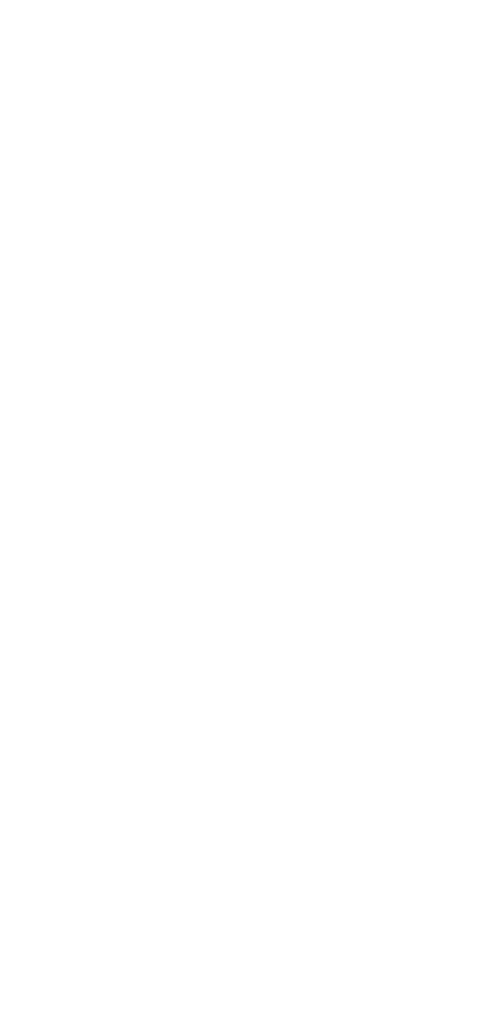
<source format=kicad_pcb>
(kicad_pcb (version 20171130) (host pcbnew "(5.0.1)-4")

  (general
    (thickness 1.6)
    (drawings 74)
    (tracks 0)
    (zones 0)
    (modules 0)
    (nets 1)
  )

  (page A4)
  (layers
    (0 F.Cu signal hide)
    (31 B.Cu signal hide)
    (32 B.Adhes user hide)
    (33 F.Adhes user hide)
    (34 B.Paste user hide)
    (35 F.Paste user hide)
    (36 B.SilkS user hide)
    (37 F.SilkS user hide)
    (38 B.Mask user hide)
    (39 F.Mask user hide)
    (40 Dwgs.User user hide)
    (41 Cmts.User user hide)
    (42 Eco1.User user hide)
    (43 Eco2.User user)
    (44 Edge.Cuts user hide)
    (45 Margin user hide)
    (46 B.CrtYd user hide)
    (47 F.CrtYd user hide)
    (48 B.Fab user hide)
    (49 F.Fab user hide)
  )

  (setup
    (last_trace_width 0.25)
    (trace_clearance 0.2)
    (zone_clearance 0.2)
    (zone_45_only no)
    (trace_min 0.2)
    (segment_width 0.3)
    (edge_width 0.2)
    (via_size 0.8)
    (via_drill 0.4)
    (via_min_size 0.4)
    (via_min_drill 0.3)
    (uvia_size 0.3)
    (uvia_drill 0.1)
    (uvias_allowed no)
    (uvia_min_size 0.2)
    (uvia_min_drill 0.1)
    (pcb_text_width 0.3)
    (pcb_text_size 1.5 1.5)
    (mod_edge_width 0.15)
    (mod_text_size 1 1)
    (mod_text_width 0.15)
    (pad_size 1.524 1.524)
    (pad_drill 0.762)
    (pad_to_mask_clearance 0.051)
    (solder_mask_min_width 0.25)
    (aux_axis_origin 0 0)
    (visible_elements 7FFFFFFF)
    (pcbplotparams
      (layerselection 0x010f0_ffffffff)
      (usegerberextensions false)
      (usegerberattributes false)
      (usegerberadvancedattributes false)
      (creategerberjobfile false)
      (excludeedgelayer true)
      (linewidth 0.100000)
      (plotframeref false)
      (viasonmask false)
      (mode 1)
      (useauxorigin false)
      (hpglpennumber 1)
      (hpglpenspeed 20)
      (hpglpendiameter 15.000000)
      (psnegative false)
      (psa4output false)
      (plotreference true)
      (plotvalue true)
      (plotinvisibletext false)
      (padsonsilk false)
      (subtractmaskfromsilk false)
      (outputformat 1)
      (mirror false)
      (drillshape 0)
      (scaleselection 1)
      (outputdirectory ""))
  )

  (net 0 "")

  (net_class Default "This is the default net class."
    (clearance 0.2)
    (trace_width 0.25)
    (via_dia 0.8)
    (via_drill 0.4)
    (uvia_dia 0.3)
    (uvia_drill 0.1)
  )

  (gr_circle (center 5.9 111.9) (end 9.899688 111.9) (layer Eco2.User) (width 0.3) (tstamp 5CA2433F))
  (gr_circle (center 18.8 111.9) (end 22.799688 111.9) (layer Eco2.User) (width 0.3) (tstamp 5CA2433B))
  (gr_circle (center 31.7 111.9) (end 35.699688 111.9) (layer Eco2.User) (width 0.3) (tstamp 5CA24336))
  (gr_circle (center 44.6 111.9) (end 48.599688 111.9) (layer Eco2.User) (width 0.3) (tstamp 5CA24330))
  (gr_circle (center 54.5 112) (end 58.499688 112) (layer Eco2.User) (width 0.3) (tstamp 5CA2432B))
  (gr_circle (center 54.4 98.3) (end 58.399688 98.3) (layer Eco2.User) (width 0.3) (tstamp 5CA24325))
  (gr_circle (center 54.4 84.8) (end 58.399688 84.8) (layer Eco2.User) (width 0.3) (tstamp 5CA24320))
  (gr_circle (center 54.4 71.2) (end 58.399688 71.2) (layer Eco2.User) (width 0.3) (tstamp 5CA2431B))
  (gr_circle (center 54.45 57.5) (end 58.449688 57.5) (layer Eco2.User) (width 0.3) (tstamp 5CA24317))
  (gr_circle (center 54.400312 44) (end 58.4 44) (layer Eco2.User) (width 0.3) (tstamp 5CA24313))
  (gr_circle (center 54.400312 30.4) (end 58.4 30.4) (layer Eco2.User) (width 0.3) (tstamp 5CA2430F))
  (gr_circle (center 54.400312 16.8) (end 58.4 16.8) (layer Eco2.User) (width 0.3))
  (gr_circle (center 6.05 57.05) (end 9.3 57.05) (layer Eco2.User) (width 0.3) (tstamp 5CA242D6))
  (gr_circle (center 6.05 43.6) (end 9.3 43.6) (layer Eco2.User) (width 0.3) (tstamp 5CA242D2))
  (gr_circle (center 6.05 30.1) (end 9.3 30.1) (layer Eco2.User) (width 0.3) (tstamp 5CA242CC))
  (gr_circle (center 44.5 16.8) (end 47.75 16.8) (layer Eco2.User) (width 0.3) (tstamp 5CA242C7))
  (gr_circle (center 31.8 16.8) (end 35.05 16.8) (layer Eco2.User) (width 0.3) (tstamp 5CA242C2))
  (gr_circle (center 18.8 16.8) (end 22.05 16.8) (layer Eco2.User) (width 0.3) (tstamp 5CA242BC))
  (gr_circle (center 6.05 16.8) (end 9.3 16.8) (layer Eco2.User) (width 0.3))
  (gr_line (start 3.5 103.5) (end 3.5 83.5) (layer Eco2.User) (width 0.3))
  (gr_line (start 8.5 103.5) (end 3.5 103.5) (layer Eco2.User) (width 0.3))
  (gr_line (start 8.5 83.5) (end 8.5 103.5) (layer Eco2.User) (width 0.3))
  (gr_line (start 3.5 83.5) (end 8.5 83.5) (layer Eco2.User) (width 0.3))
  (gr_line (start 4 77.6) (end 4 68.6) (layer Eco2.User) (width 0.3))
  (gr_line (start 8 77.6) (end 4 77.6) (layer Eco2.User) (width 0.3))
  (gr_line (start 8 68.6) (end 8 77.6) (layer Eco2.User) (width 0.3))
  (gr_line (start 4 68.6) (end 8 68.6) (layer Eco2.User) (width 0.3))
  (gr_circle (center 3.2 62.9) (end 4.7 62.9) (layer Eco2.User) (width 0.3) (tstamp 5CA24264))
  (gr_circle (center 3.2 36) (end 4.7 36) (layer Eco2.User) (width 0.3) (tstamp 5CA24262))
  (gr_circle (center 41.8 22.7) (end 43.3 22.7) (layer Eco2.User) (width 0.3) (tstamp 5CA24260))
  (gr_circle (center 28.9 22.7) (end 30.4 22.7) (layer Eco2.User) (width 0.3) (tstamp 5CA2425E))
  (gr_circle (center 16.1 22.7) (end 17.6 22.7) (layer Eco2.User) (width 0.3) (tstamp 5CA2425C))
  (gr_circle (center 3.2 22.7) (end 4.7 22.7) (layer Eco2.User) (width 0.3))
  (gr_circle (center 38.2 111.9) (end 39.45 111.9) (layer Eco2.User) (width 0.3))
  (gr_line (start 17.6 101.8) (end 17.6 99.3) (layer Eco2.User) (width 0.3) (tstamp 5CA2423E))
  (gr_line (start 45.6 101.8) (end 17.6 101.8) (layer Eco2.User) (width 0.3) (tstamp 5CA2423D))
  (gr_line (start 45.6 99.3) (end 45.6 101.8) (layer Eco2.User) (width 0.3) (tstamp 5CA2423C))
  (gr_line (start 17.6 99.3) (end 45.6 99.3) (layer Eco2.User) (width 0.3) (tstamp 5CA2423B))
  (gr_line (start 17.6 91.8) (end 17.6 89.3) (layer Eco2.User) (width 0.3) (tstamp 5CA24236))
  (gr_line (start 45.6 91.8) (end 17.6 91.8) (layer Eco2.User) (width 0.3) (tstamp 5CA24235))
  (gr_line (start 45.6 89.3) (end 45.6 91.8) (layer Eco2.User) (width 0.3) (tstamp 5CA24234))
  (gr_line (start 17.6 89.3) (end 45.6 89.3) (layer Eco2.User) (width 0.3) (tstamp 5CA24233))
  (gr_line (start 17.6 81.5) (end 17.6 79) (layer Eco2.User) (width 0.3) (tstamp 5CA2422E))
  (gr_line (start 45.6 81.5) (end 17.6 81.5) (layer Eco2.User) (width 0.3) (tstamp 5CA2422D))
  (gr_line (start 45.6 79) (end 45.6 81.5) (layer Eco2.User) (width 0.3) (tstamp 5CA2422C))
  (gr_line (start 17.6 79) (end 45.6 79) (layer Eco2.User) (width 0.3) (tstamp 5CA2422B))
  (gr_line (start 17.6 71.3) (end 17.6 68.8) (layer Eco2.User) (width 0.3) (tstamp 5CA24226))
  (gr_line (start 45.6 71.3) (end 17.6 71.3) (layer Eco2.User) (width 0.3) (tstamp 5CA24225))
  (gr_line (start 45.6 68.8) (end 45.6 71.3) (layer Eco2.User) (width 0.3) (tstamp 5CA24224))
  (gr_line (start 17.6 68.8) (end 45.6 68.8) (layer Eco2.User) (width 0.3) (tstamp 5CA24223))
  (gr_line (start 17.6 61.2) (end 17.6 58.7) (layer Eco2.User) (width 0.3) (tstamp 5CA2421E))
  (gr_line (start 45.6 61.2) (end 17.6 61.2) (layer Eco2.User) (width 0.3) (tstamp 5CA2421D))
  (gr_line (start 45.6 58.7) (end 45.6 61.2) (layer Eco2.User) (width 0.3) (tstamp 5CA2421C))
  (gr_line (start 17.6 58.7) (end 45.6 58.7) (layer Eco2.User) (width 0.3) (tstamp 5CA2421B))
  (gr_line (start 17.6 51) (end 17.6 48.5) (layer Eco2.User) (width 0.3) (tstamp 5CA24216))
  (gr_line (start 45.6 51) (end 17.6 51) (layer Eco2.User) (width 0.3) (tstamp 5CA24215))
  (gr_line (start 45.6 48.5) (end 45.6 51) (layer Eco2.User) (width 0.3) (tstamp 5CA24214))
  (gr_line (start 17.6 48.5) (end 45.6 48.5) (layer Eco2.User) (width 0.3) (tstamp 5CA24213))
  (gr_line (start 17.6 40.9) (end 17.6 38.4) (layer Eco2.User) (width 0.3) (tstamp 5CA2420E))
  (gr_line (start 45.6 40.9) (end 17.6 40.9) (layer Eco2.User) (width 0.3) (tstamp 5CA2420D))
  (gr_line (start 45.6 38.4) (end 45.6 40.9) (layer Eco2.User) (width 0.3) (tstamp 5CA2420C))
  (gr_line (start 17.6 38.4) (end 45.6 38.4) (layer Eco2.User) (width 0.3) (tstamp 5CA2420B))
  (gr_line (start 17.6 30.8) (end 17.6 28.3) (layer Eco2.User) (width 0.3))
  (gr_line (start 45.6 30.8) (end 17.6 30.8) (layer Eco2.User) (width 0.3))
  (gr_line (start 45.6 28.3) (end 45.6 30.8) (layer Eco2.User) (width 0.3))
  (gr_line (start 17.6 28.3) (end 45.6 28.3) (layer Eco2.User) (width 0.3))
  (gr_circle (center 53 3) (end 54.6 3) (layer Eco2.User) (width 0.3) (tstamp 5CA24141))
  (gr_circle (center 53 125.5) (end 54.6 125.5) (layer Eco2.User) (width 0.3) (tstamp 5CA2412F))
  (gr_circle (center 7.4 125.5) (end 9 125.5) (layer Eco2.User) (width 0.3) (tstamp 5CA24126))
  (gr_circle (center 7.5 3) (end 9.1 3) (layer Eco2.User) (width 0.3))
  (gr_line (start 0 128.5) (end 0 0) (layer Eco2.User) (width 0.3))
  (gr_line (start 60.6 128.5) (end 0 128.5) (layer Eco2.User) (width 0.3))
  (gr_line (start 60.6 0) (end 60.6 128.5) (layer Eco2.User) (width 0.3))
  (gr_line (start 0 0) (end 60.6 0) (layer Eco2.User) (width 0.3))

)

</source>
